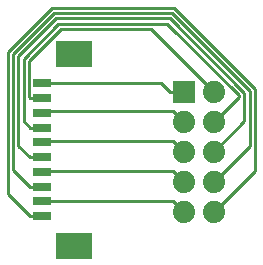
<source format=gbr>
G04 #@! TF.FileFunction,Copper,L2,Bot,Signal*
%FSLAX46Y46*%
G04 Gerber Fmt 4.6, Leading zero omitted, Abs format (unit mm)*
G04 Created by KiCad (PCBNEW 4.0.6) date 02/07/20 07:55:15*
%MOMM*%
%LPD*%
G01*
G04 APERTURE LIST*
%ADD10C,0.100000*%
%ADD11R,1.500000X0.800000*%
%ADD12R,3.100000X2.200000*%
%ADD13R,1.879600X1.879600*%
%ADD14C,1.879600*%
%ADD15C,0.250000*%
G04 APERTURE END LIST*
D10*
D11*
X104438000Y-74061000D03*
X104438000Y-75311000D03*
X104438000Y-76561000D03*
X104438000Y-77811000D03*
X104438000Y-79061000D03*
X104438000Y-80311000D03*
X104438000Y-81561000D03*
X104438000Y-82811000D03*
X104438000Y-84061000D03*
X104438000Y-85311000D03*
D12*
X107188000Y-71561000D03*
X107188000Y-87811000D03*
D13*
X116459000Y-74803000D03*
D14*
X118999000Y-74803000D03*
X116459000Y-77343000D03*
X118999000Y-77343000D03*
X116459000Y-79883000D03*
X118999000Y-79883000D03*
X116459000Y-82423000D03*
X118999000Y-82423000D03*
X116459000Y-84963000D03*
X118999000Y-84963000D03*
D15*
X116459000Y-74803000D02*
X115269200Y-74803000D01*
X115269200Y-74803000D02*
X114527200Y-74061000D01*
X114527200Y-74061000D02*
X105438000Y-74061000D01*
X105438000Y-74061000D02*
X104438000Y-74061000D01*
X118999000Y-74803000D02*
X113665000Y-69469000D01*
X106044998Y-69469000D02*
X103362999Y-72150999D01*
X113665000Y-69469000D02*
X106044998Y-69469000D01*
X103362999Y-72150999D02*
X103362999Y-75235999D01*
X103362999Y-75235999D02*
X103438000Y-75311000D01*
X103438000Y-75311000D02*
X104438000Y-75311000D01*
X116459000Y-77343000D02*
X115519201Y-76403201D01*
X115519201Y-76403201D02*
X104595799Y-76403201D01*
X104595799Y-76403201D02*
X104438000Y-76561000D01*
X118999000Y-77343000D02*
X121158000Y-75184000D01*
X121158000Y-75184000D02*
X121158000Y-75090094D01*
X121158000Y-75090094D02*
X115086896Y-69018990D01*
X115086896Y-69018990D02*
X105858597Y-69018991D01*
X105858597Y-69018991D02*
X102912989Y-71964599D01*
X102912989Y-71964599D02*
X102912989Y-77285989D01*
X102912989Y-77285989D02*
X103438000Y-77811000D01*
X103438000Y-77811000D02*
X104438000Y-77811000D01*
X116459000Y-79883000D02*
X115519201Y-78943201D01*
X115519201Y-78943201D02*
X104555799Y-78943201D01*
X104555799Y-78943201D02*
X104438000Y-79061000D01*
X118999000Y-79883000D02*
X121608010Y-77273990D01*
X121608010Y-77273990D02*
X121608010Y-74903696D01*
X121608010Y-74903696D02*
X115273295Y-68568981D01*
X115273295Y-68568981D02*
X105672196Y-68568982D01*
X105672196Y-68568982D02*
X102462979Y-71778199D01*
X102462979Y-71778199D02*
X102462979Y-79335979D01*
X103438000Y-80311000D02*
X104438000Y-80311000D01*
X102462979Y-79335979D02*
X103438000Y-80311000D01*
X116459000Y-82423000D02*
X115519201Y-81483201D01*
X115519201Y-81483201D02*
X104515799Y-81483201D01*
X104515799Y-81483201D02*
X104438000Y-81561000D01*
X118999000Y-82423000D02*
X122058020Y-79363980D01*
X122058020Y-79363980D02*
X122058019Y-74717295D01*
X105485795Y-68118973D02*
X102012969Y-71591799D01*
X122058019Y-74717295D02*
X115459694Y-68118972D01*
X115459694Y-68118972D02*
X105485795Y-68118973D01*
X102012969Y-71591799D02*
X102012969Y-81385969D01*
X102012969Y-81385969D02*
X103438000Y-82811000D01*
X103438000Y-82811000D02*
X104438000Y-82811000D01*
X105561799Y-84023201D02*
X105524000Y-84061000D01*
X105524000Y-84061000D02*
X104438000Y-84061000D01*
X116459000Y-84963000D02*
X115519201Y-84023201D01*
X115519201Y-84023201D02*
X105561799Y-84023201D01*
X118999000Y-84963000D02*
X122508028Y-81453972D01*
X122508028Y-81453972D02*
X122508028Y-74530894D01*
X122508028Y-74530894D02*
X115646093Y-67668963D01*
X101562959Y-83435959D02*
X103438000Y-85311000D01*
X115646093Y-67668963D02*
X105299394Y-67668964D01*
X105299394Y-67668964D02*
X101562959Y-71405399D01*
X101562959Y-71405399D02*
X101562959Y-83435959D01*
X103438000Y-85311000D02*
X104438000Y-85311000D01*
M02*

</source>
